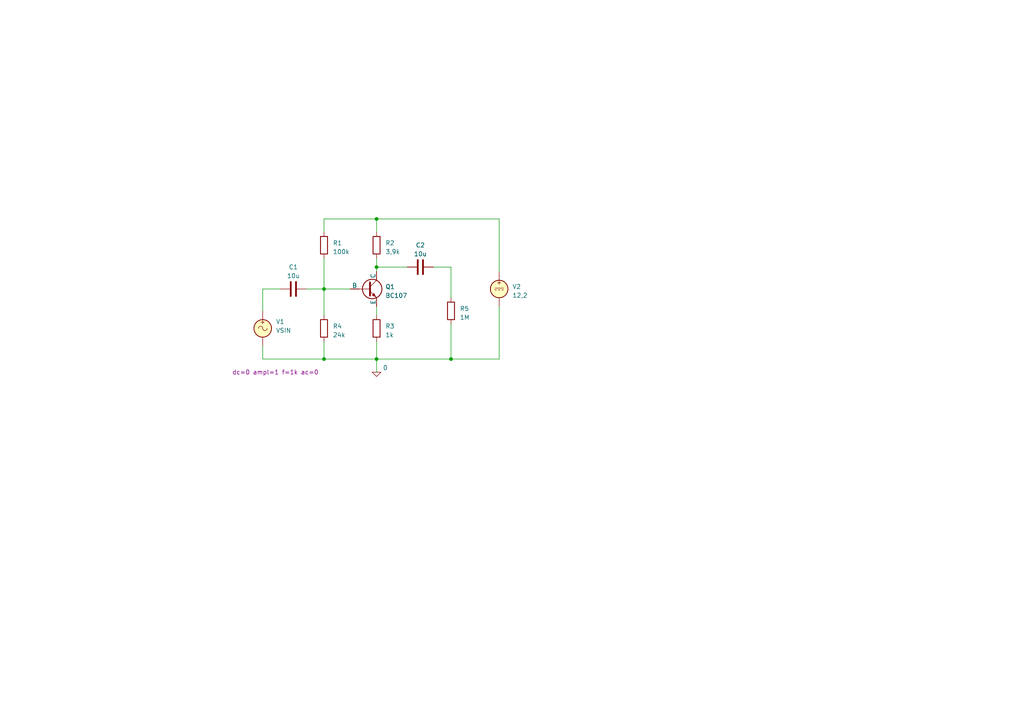
<source format=kicad_sch>
(kicad_sch (version 20230121) (generator eeschema)
  (paper "A4")
  (lib_symbols
    (symbol "Device:C" (pin_numbers hide) (pin_names (offset 0.254))
      (property "Reference" "C" (at 0.635 2.54 0))
      (property "Value" "C" (at 0.635 -2.54 0))
      (symbol "C_0_1"
        (polyline (pts (xy -2.032 -0.762) (xy 2.032 -0.762)) (stroke (width 0.508)))
        (polyline (pts (xy -2.032 0.762) (xy 2.032 0.762)) (stroke (width 0.508)))
      )
      (symbol "C_1_1"
        (pin passive line (at 0 3.81 270) (length 2.794) (name "~") (number "1"))
        (pin passive line (at 0 -3.81 90) (length 2.794) (name "~") (number "2"))
      )
    )
    (symbol "Device:R" (pin_numbers hide) (pin_names (offset 0))
      (property "Reference" "R" (at 2.032 0 90))
      (property "Value" "R" (at 0 0 90))
      (symbol "R_0_1"
        (rectangle (start -1.016 -2.54) (end 1.016 2.54) (stroke (width 0.254)))
      )
      (symbol "R_1_1"
        (pin passive line (at 0 3.81 270) (length 1.27) (name "~") (number "1"))
        (pin passive line (at 0 -3.81 90) (length 1.27) (name "~") (number "2"))
      )
    )
    (symbol "Simulation_SPICE:0" (power) (pin_names (offset 0))
      (property "Value" "0" (at 0 -1.778 0))
      (symbol "0_0_1"
        (polyline (pts (xy -1.27 0) (xy 0 -1.27) (xy 1.27 0) (xy -1.27 0)))
      )
      (symbol "0_1_1"
        (pin power_in line (at 0 0 0) (length 0) hide (name "0") (number "1"))
      )
    )
    (symbol "Simulation_SPICE:NPN" (pin_numbers hide) (pin_names (offset 0))
      (property "Reference" "Q" (at -2.54 7.62 0))
      (property "Value" "NPN" (at -2.54 5.08 0))
      (symbol "NPN_0_1"
        (polyline (pts (xy -2.54 0) (xy 0.635 0)) (stroke (width 0.1524)))
        (polyline (pts (xy 0.635 0.635) (xy 2.54 2.54)))
        (polyline (pts (xy 2.794 -1.27) (xy 2.794 -1.27)) (stroke (width 0.1524)))
        (polyline (pts (xy 2.794 -1.27) (xy 2.794 -1.27)) (stroke (width 0.1524)))
        (polyline (pts (xy 0.635 -0.635) (xy 2.54 -2.54) (xy 2.54 -2.54)))
        (polyline (pts (xy 0.635 1.905) (xy 0.635 -1.905) (xy 0.635 -1.905)) (stroke (width 0.508)))
        (polyline (pts (xy 1.27 -1.778) (xy 1.778 -1.27) (xy 2.286 -2.286) (xy 1.27 -1.778) (xy 1.27 -1.778)) (fill (type outline)))
        (circle (center 1.27 0) (radius 2.8194) (stroke (width 0.254)))
      )
      (symbol "NPN_1_1"
        (pin open_collector line (at 2.54 5.08 270) (length 2.54) (name "C") (number "1"))
        (pin input line (at -5.08 0 0) (length 2.54) (name "B") (number "2"))
        (pin open_emitter line (at 2.54 -5.08 90) (length 2.54) (name "E") (number "3"))
      )
    )
    (symbol "Simulation_SPICE:VDC" (pin_numbers hide) (pin_names (offset 0.0254))
      (property "Reference" "V" (at 2.54 2.54 0))
      (property "Value" "1" (at 2.54 0 0))
      (symbol "VDC_0_0"
        (polyline (pts (xy -1.27 0.254) (xy 1.27 0.254)))
        (polyline (pts (xy -0.762 -0.254) (xy -1.27 -0.254)))
        (polyline (pts (xy 0.254 -0.254) (xy -0.254 -0.254)))
        (polyline (pts (xy 1.27 -0.254) (xy 0.762 -0.254)))
        (text "+" (at 0 1.905 0) (effects (font (size 1.27 1.27))))
      )
      (symbol "VDC_0_1"
        (circle (center 0 0) (radius 2.54) (stroke (width 0.254)) (fill (type background)))
      )
      (symbol "VDC_1_1"
        (pin passive line (at 0 5.08 270) (length 2.54) (name "~") (number "1"))
        (pin passive line (at 0 -5.08 90) (length 2.54) (name "~") (number "2"))
      )
    )
    (symbol "Simulation_SPICE:VSIN" (pin_numbers hide) (pin_names (offset 0.0254))
      (property "Reference" "V" (at 2.54 2.54 0))
      (property "Value" "VSIN" (at 2.54 0 0))
      (property "Sim.Params" "dc=0 ampl=1 f=1k ac=1" (at 2.54 -2.54 0))
      (symbol "VSIN_0_0"
        (arc (start 0 0) (mid -0.635 0.6323) (end -1.27 0))
        (arc (start 0 0) (mid 0.635 -0.6323) (end 1.27 0))
        (text "+" (at 0 1.905 0) (effects (font (size 1.27 1.27))))
      )
      (symbol "VSIN_0_1"
        (circle (center 0 0) (radius 2.54) (stroke (width 0.254)) (fill (type background)))
      )
      (symbol "VSIN_1_1"
        (pin passive line (at 0 5.08 270) (length 2.54) (name "~") (number "1"))
        (pin passive line (at 0 -5.08 90) (length 2.54) (name "~") (number "2"))
      )
    )
  )
  (junction (at 93.98 104.14))
  (junction (at 109.22 77.47))
  (junction (at 109.22 63.5))
  (junction (at 130.81 104.14))
  (junction (at 93.98 83.82))
  (junction (at 109.22 104.14))
  (wire (pts (xy 109.22 99.06) (xy 109.22 104.14)))
  (wire (pts (xy 109.22 74.93) (xy 109.22 77.47)))
  (wire (pts (xy 109.22 104.14) (xy 130.81 104.14)))
  (wire (pts (xy 93.98 83.82) (xy 93.98 91.44)))
  (wire (pts (xy 88.9 83.82) (xy 93.98 83.82)))
  (wire (pts (xy 93.98 99.06) (xy 93.98 104.14)))
  (wire (pts (xy 76.2 83.82) (xy 81.28 83.82)))
  (wire (pts (xy 76.2 100.33) (xy 76.2 104.14)))
  (wire (pts (xy 109.22 63.5) (xy 109.22 67.31)))
  (wire (pts (xy 93.98 104.14) (xy 109.22 104.14)))
  (wire (pts (xy 76.2 90.17) (xy 76.2 83.82)))
  (wire (pts (xy 130.81 104.14) (xy 144.78 104.14)))
  (wire (pts (xy 93.98 63.5) (xy 93.98 67.31)))
  (wire (pts (xy 93.98 74.93) (xy 93.98 83.82)))
  (wire (pts (xy 76.2 104.14) (xy 93.98 104.14)))
  (wire (pts (xy 109.22 63.5) (xy 93.98 63.5)))
  (wire (pts (xy 109.22 63.5) (xy 144.78 63.5)))
  (wire (pts (xy 125.73 77.47) (xy 130.81 77.47)))
  (wire (pts (xy 144.78 63.5) (xy 144.78 78.74)))
  (wire (pts (xy 109.22 88.9) (xy 109.22 91.44)))
  (wire (pts (xy 130.81 93.98) (xy 130.81 104.14)))
  (wire (pts (xy 109.22 104.14) (xy 109.22 107.95)))
  (wire (pts (xy 109.22 77.47) (xy 109.22 78.74)))
  (wire (pts (xy 109.22 77.47) (xy 118.11 77.47)))
  (wire (pts (xy 144.78 88.9) (xy 144.78 104.14)))
  (wire (pts (xy 130.81 77.47) (xy 130.81 86.36)))
  (wire (pts (xy 93.98 83.82) (xy 101.6 83.82)))
  (symbol (lib_id "Simulation_SPICE:0") (at 109.22 107.95 0) (unit 1)
    (property "Reference" "#GND01" (effects hide))
    (property "Value" "0" (at 111.76 106.68 0))
  )
  (symbol (lib_id "Device:R") (at 130.81 90.17 0) (unit 1)
    (property "Reference" "R5" (at 133.35 89.535 0) (effects (justify left)))
    (property "Value" "1M" (at 133.35 92.075 0) (effects (justify left)))
  )
  (symbol (lib_id "Device:R") (at 109.22 71.12 0) (unit 1)
    (property "Reference" "R2" (at 111.76 70.485 0) (effects (justify left)))
    (property "Value" "3,9k" (at 111.76 73.025 0) (effects (justify left)))
  )
  (symbol (lib_id "Device:C") (at 85.09 83.82 270) (unit 1)
    (property "Reference" "C1" (at 85.09 77.47 90))
    (property "Value" "10u" (at 85.09 80.01 90))
  )
  (symbol (lib_id "Device:R") (at 109.22 95.25 0) (unit 1)
    (property "Reference" "R3" (at 111.76 94.615 0) (effects (justify left)))
    (property "Value" "1k" (at 111.76 97.155 0) (effects (justify left)))
  )
  (symbol (lib_id "Simulation_SPICE:VDC") (at 144.78 83.82 0) (unit 1)
    (property "Reference" "V2" (at 148.59 83.1492 0) (effects (justify left)))
    (property "Value" "12,2" (at 148.59 85.6892 0) (effects (justify left)))
    (property "Sim.Pins" "1=+ 2=-" (effects hide))
    (property "Sim.Type" "DC" (effects hide))
    (property "Sim.Device" "V" (effects hide))
  )
  (symbol (lib_id "Device:R") (at 93.98 95.25 0) (unit 1)
    (property "Reference" "R4" (at 96.52 94.615 0) (effects (justify left)))
    (property "Value" "24k" (at 96.52 97.155 0) (effects (justify left)))
  )
  (symbol (lib_id "Device:R") (at 93.98 71.12 0) (unit 1)
    (property "Reference" "R1" (at 96.52 70.485 0) (effects (justify left)))
    (property "Value" "100k" (at 96.52 73.025 0) (effects (justify left)))
  )
  (symbol (lib_id "Simulation_SPICE:NPN") (at 106.68 83.82 0) (unit 1)
    (property "Reference" "Q1" (at 111.76 83.185 0) (effects (justify left)))
    (property "Value" "BC107" (at 111.76 85.725 0) (effects (justify left)))
    (property "Sim.Device" "NPN" (effects hide))
    (property "Sim.Type" "GUMMELPOON" (effects hide))
    (property "Sim.Pins" "1=C 2=B 3=E" (effects hide))
  )
  (symbol (lib_id "Device:C") (at 121.92 77.47 270) (unit 1)
    (property "Reference" "C2" (at 121.92 71.12 90))
    (property "Value" "10u" (at 121.92 73.66 90))
  )
  (symbol (lib_id "Simulation_SPICE:VSIN") (at 76.2 95.25 0) (unit 1)
    (property "Reference" "V1" (at 80.01 93.3092 0) (effects (justify left)))
    (property "Value" "VSIN" (at 80.01 95.8492 0) (effects (justify left)))
    (property "Sim.Pins" "1=+ 2=-" (effects hide))
    (property "Sim.Params" "dc=0 ampl=1 f=1k ac=0" (at 67.31 107.95 0) (effects (justify left)))
    (property "Sim.Type" "SIN" (effects hide))
    (property "Sim.Device" "V" (effects hide))
  )
)
</source>
